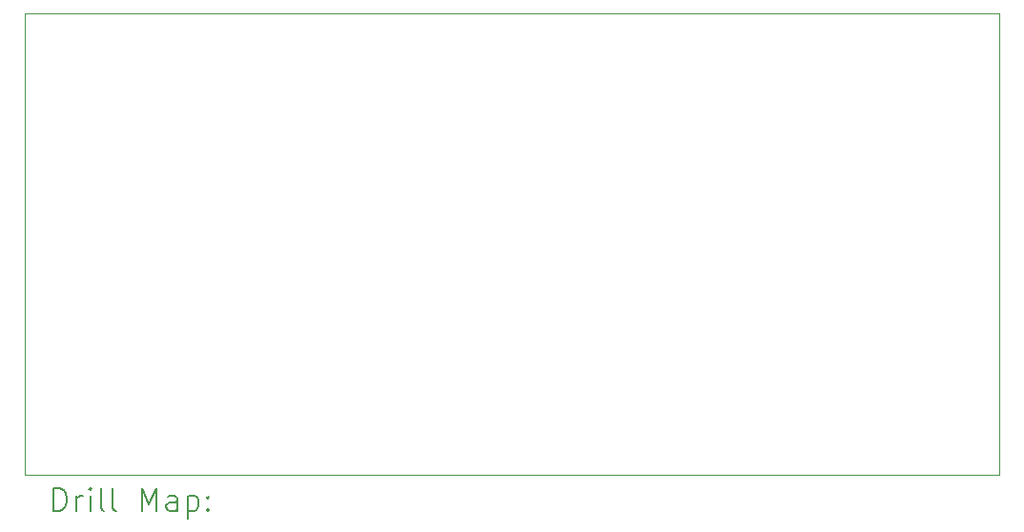
<source format=gbr>
%TF.GenerationSoftware,KiCad,Pcbnew,7.0.10-7.0.10~ubuntu20.04.1*%
%TF.CreationDate,2024-01-07T18:49:31+01:00*%
%TF.ProjectId,msx-omega-usbkeybctrl,6d73782d-6f6d-4656-9761-2d7573626b65,A*%
%TF.SameCoordinates,Original*%
%TF.FileFunction,Drillmap*%
%TF.FilePolarity,Positive*%
%FSLAX45Y45*%
G04 Gerber Fmt 4.5, Leading zero omitted, Abs format (unit mm)*
G04 Created by KiCad (PCBNEW 7.0.10-7.0.10~ubuntu20.04.1) date 2024-01-07 18:49:31*
%MOMM*%
%LPD*%
G01*
G04 APERTURE LIST*
%ADD10C,0.100000*%
%ADD11C,0.200000*%
G04 APERTURE END LIST*
D10*
X13680000Y-5770000D02*
X13680000Y-9870000D01*
X5030000Y-9870000D02*
X5030000Y-5770000D01*
X13680000Y-9870000D02*
X5030000Y-9870000D01*
X5030000Y-5770000D02*
X13680000Y-5770000D01*
D11*
X5285777Y-10186484D02*
X5285777Y-9986484D01*
X5285777Y-9986484D02*
X5333396Y-9986484D01*
X5333396Y-9986484D02*
X5361967Y-9996008D01*
X5361967Y-9996008D02*
X5381015Y-10015055D01*
X5381015Y-10015055D02*
X5390539Y-10034103D01*
X5390539Y-10034103D02*
X5400063Y-10072198D01*
X5400063Y-10072198D02*
X5400063Y-10100770D01*
X5400063Y-10100770D02*
X5390539Y-10138865D01*
X5390539Y-10138865D02*
X5381015Y-10157912D01*
X5381015Y-10157912D02*
X5361967Y-10176960D01*
X5361967Y-10176960D02*
X5333396Y-10186484D01*
X5333396Y-10186484D02*
X5285777Y-10186484D01*
X5485777Y-10186484D02*
X5485777Y-10053150D01*
X5485777Y-10091246D02*
X5495301Y-10072198D01*
X5495301Y-10072198D02*
X5504824Y-10062674D01*
X5504824Y-10062674D02*
X5523872Y-10053150D01*
X5523872Y-10053150D02*
X5542920Y-10053150D01*
X5609586Y-10186484D02*
X5609586Y-10053150D01*
X5609586Y-9986484D02*
X5600062Y-9996008D01*
X5600062Y-9996008D02*
X5609586Y-10005531D01*
X5609586Y-10005531D02*
X5619110Y-9996008D01*
X5619110Y-9996008D02*
X5609586Y-9986484D01*
X5609586Y-9986484D02*
X5609586Y-10005531D01*
X5733396Y-10186484D02*
X5714348Y-10176960D01*
X5714348Y-10176960D02*
X5704824Y-10157912D01*
X5704824Y-10157912D02*
X5704824Y-9986484D01*
X5838158Y-10186484D02*
X5819110Y-10176960D01*
X5819110Y-10176960D02*
X5809586Y-10157912D01*
X5809586Y-10157912D02*
X5809586Y-9986484D01*
X6066729Y-10186484D02*
X6066729Y-9986484D01*
X6066729Y-9986484D02*
X6133396Y-10129341D01*
X6133396Y-10129341D02*
X6200062Y-9986484D01*
X6200062Y-9986484D02*
X6200062Y-10186484D01*
X6381015Y-10186484D02*
X6381015Y-10081722D01*
X6381015Y-10081722D02*
X6371491Y-10062674D01*
X6371491Y-10062674D02*
X6352443Y-10053150D01*
X6352443Y-10053150D02*
X6314348Y-10053150D01*
X6314348Y-10053150D02*
X6295301Y-10062674D01*
X6381015Y-10176960D02*
X6361967Y-10186484D01*
X6361967Y-10186484D02*
X6314348Y-10186484D01*
X6314348Y-10186484D02*
X6295301Y-10176960D01*
X6295301Y-10176960D02*
X6285777Y-10157912D01*
X6285777Y-10157912D02*
X6285777Y-10138865D01*
X6285777Y-10138865D02*
X6295301Y-10119817D01*
X6295301Y-10119817D02*
X6314348Y-10110293D01*
X6314348Y-10110293D02*
X6361967Y-10110293D01*
X6361967Y-10110293D02*
X6381015Y-10100770D01*
X6476253Y-10053150D02*
X6476253Y-10253150D01*
X6476253Y-10062674D02*
X6495301Y-10053150D01*
X6495301Y-10053150D02*
X6533396Y-10053150D01*
X6533396Y-10053150D02*
X6552443Y-10062674D01*
X6552443Y-10062674D02*
X6561967Y-10072198D01*
X6561967Y-10072198D02*
X6571491Y-10091246D01*
X6571491Y-10091246D02*
X6571491Y-10148389D01*
X6571491Y-10148389D02*
X6561967Y-10167436D01*
X6561967Y-10167436D02*
X6552443Y-10176960D01*
X6552443Y-10176960D02*
X6533396Y-10186484D01*
X6533396Y-10186484D02*
X6495301Y-10186484D01*
X6495301Y-10186484D02*
X6476253Y-10176960D01*
X6657205Y-10167436D02*
X6666729Y-10176960D01*
X6666729Y-10176960D02*
X6657205Y-10186484D01*
X6657205Y-10186484D02*
X6647682Y-10176960D01*
X6647682Y-10176960D02*
X6657205Y-10167436D01*
X6657205Y-10167436D02*
X6657205Y-10186484D01*
X6657205Y-10062674D02*
X6666729Y-10072198D01*
X6666729Y-10072198D02*
X6657205Y-10081722D01*
X6657205Y-10081722D02*
X6647682Y-10072198D01*
X6647682Y-10072198D02*
X6657205Y-10062674D01*
X6657205Y-10062674D02*
X6657205Y-10081722D01*
M02*

</source>
